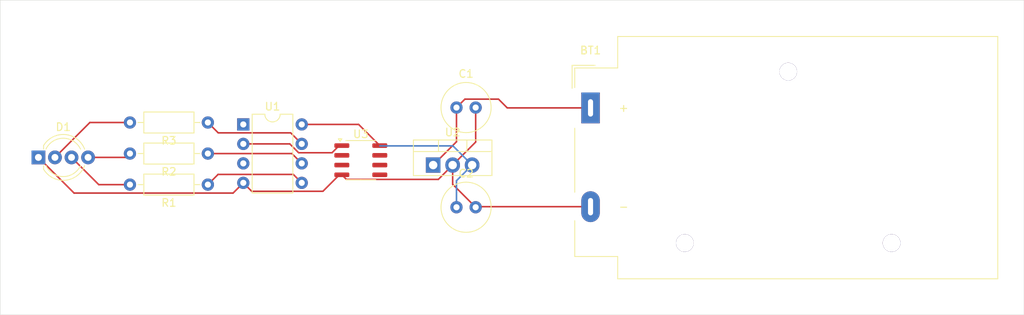
<source format=kicad_pcb>
(kicad_pcb (version 20240108) (generator "pcbnew") (generator_version "8.0")
  (layers (0 "F.Cu" signal) (31 "B.Cu" signal) (34 "B.Paste" user) (35 "F.Paste" user) (36 "B.SilkS" user "B.Silkscreen") (37 "F.SilkS" user "F.Silkscreen") (38 "B.Mask" user) (39 "F.Mask" user) (44 "Edge.Cuts" user))
  (net 0 "")
  (net 1 "Net-(BT1-+)")
  (net 2 "GND")
  (net 3 "VCC")
  (net 4 "Net-(D1-BA)")
  (net 5 "Net-(U1-PB1)")
  (net 6 "Net-(U1-PB2)")
  (net 7 "Net-(D1-RA)")
  (net 8 "/TEMP SENSOR")
  (net 12 "Net-(D1-GA)")
  (net 13 "Net-(U1-AREF{slash}PB0)")
  (footprint "Resistor_THT:R_Axial_DIN0207_L6.3mm_D2.5mm_P10.16mm_Horizontal" (layer "F.Cu") (at 117.34 88.835 180)
    (property "Reference" "R2" (at 5.08 -2.37 360) (layer "F.SilkS"))
    (property "Value" "220")
    (fp_line (start 9.12 0) (end 8.35 0) (stroke (width 0.12)) (layer "F.SilkS"))
    (fp_line (start 8.35 1.37) (end 8.35 -1.37) (stroke (width 0.12)) (layer "F.SilkS"))
    (fp_line (start 8.35 -1.37) (end 1.81 -1.37) (stroke (width 0.12)) (layer "F.SilkS"))
    (fp_line (start 1.81 1.37) (end 8.35 1.37) (stroke (width 0.12)) (layer "F.SilkS"))
    (fp_line (start 1.81 -1.37) (end 1.81 1.37) (stroke (width 0.12)) (layer "F.SilkS"))
    (fp_line (start 1.04 0) (end 1.81 0) (stroke (width 0.12)) (layer "F.SilkS"))
    (pad "1" thru_hole circle (at 0 0 180) (size 1.6 1.6) (drill 0.8) (layers "*.Cu" "*.Mask") (net 5 "Net-(U1-PB1)"))
    (pad "2" thru_hole oval (at 10.16 0 180) (size 1.6 1.6) (drill 0.8) (layers "*.Cu" "*.Mask") (net 4 "Net-(D1-BA)"))
  )
  (footprint "Package_TO_SOT_THT:TO-220-3_Vertical" (layer "F.Cu") (at 146.72 90.335)
    (property "Reference" "U2" (at 2.54 -4.27 0) (layer "F.SilkS"))
    (property "Value" "LM7805_TO220")
    (fp_line (start -2.58 -3.27) (end -2.58 1.371) (stroke (width 0.12)) (layer "F.SilkS"))
    (fp_line (start -2.58 -3.27) (end 7.66 -3.27) (stroke (width 0.12)) (layer "F.SilkS"))
    (fp_line (start -2.58 -1.76) (end 7.66 -1.76) (stroke (width 0.12)) (layer "F.SilkS"))
    (fp_line (start -2.58 1.371) (end 7.66 1.371) (stroke (width 0.12)) (layer "F.SilkS"))
    (fp_line (start 0.69 -3.27) (end 0.69 -1.76) (stroke (width 0.12)) (layer "F.SilkS"))
    (fp_line (start 4.391 -3.27) (end 4.391 -1.76) (stroke (width 0.12)) (layer "F.SilkS"))
    (fp_line (start 7.66 -3.27) (end 7.66 1.371) (stroke (width 0.12)) (layer "F.SilkS"))
    (pad "1" thru_hole rect (at 0 0) (size 1.905 2) (drill 1.1) (layers "*.Cu" "*.Mask") (net 1 "Net-(BT1-+)"))
    (pad "2" thru_hole oval (at 2.54 0) (size 1.905 2) (drill 1.1) (layers "*.Cu" "*.Mask") (net 2 "GND"))
    (pad "3" thru_hole oval (at 5.08 0) (size 1.905 2) (drill 1.1) (layers "*.Cu" "*.Mask") (net 3 "VCC"))
  )
  (footprint "Battery:BatteryHolder_MPD_BA9VPC_1xPP3" (layer "F.Cu") (at 167.24 82.88)
    (property "Reference" "BT1" (at 0 -7.5 0) (layer "F.SilkS"))
    (property "Value" "9V")
    (fp_line (start -2.4 -5.55) (end -2.4 -2.55) (stroke (width 0.12)) (layer "F.SilkS"))
    (fp_line (start -2.4 -5.55) (end 0.6 -5.55) (stroke (width 0.12)) (layer "F.SilkS"))
    (fp_line (start -2.06 -5.21) (end -2.06 -2.65) (stroke (width 0.12)) (layer "F.SilkS"))
    (fp_line (start -2.06 2.65) (end -2.06 11) (stroke (width 0.12)) (layer "F.SilkS"))
    (fp_line (start -2.06 19.38) (end -2.06 14.7) (stroke (width 0.12)) (layer "F.SilkS"))
    (fp_line (start 3.54 -9.31) (end 3.54 -5.21) (stroke (width 0.12)) (layer "F.SilkS"))
    (fp_line (start 3.54 -5.21) (end -2.06 -5.21) (stroke (width 0.12)) (layer "F.SilkS"))
    (fp_line (start 3.54 19.38) (end -2.06 19.38) (stroke (width 0.12)) (layer "F.SilkS"))
    (fp_line (start 3.54 22.28) (end 3.54 19.38) (stroke (width 0.12)) (layer "F.SilkS"))
    (fp_line (start 53.1 -9.31) (end 3.54 -9.31) (stroke (width 0.12)) (layer "F.SilkS"))
    (fp_line (start 53.1 22.28) (end 3.54 22.28) (stroke (width 0.12)) (layer "F.SilkS"))
    (fp_line (start 53.1 22.28) (end 53.1 -9.31) (stroke (width 0.12)) (layer "F.SilkS"))
    (fp_text user "-" (at 3.6 12.88 0) (layer "F.SilkS") (effects (justify left)))
    (fp_text user "+" (at 3.6 0 0) (layer "F.SilkS") (effects (justify left)))
    (pad "" np_thru_hole circle (at 12.29 17.62) (size 2.3 2.3) (drill 2.29) (layers "*.Cu" "*.Mask"))
    (pad "" np_thru_hole circle (at 25.78 -4.73) (size 2.3 2.3) (drill 2.29) (layers "*.Cu" "*.Mask"))
    (pad "" np_thru_hole circle (at 39.26 17.62) (size 2.3 2.3) (drill 2.29) (layers "*.Cu" "*.Mask"))
    (pad "1" thru_hole rect (at 0 0) (size 2.41 4.02) (drill oval 0.66 2.27) (layers "*.Cu" "*.Mask") (net 1 "Net-(BT1-+)"))
    (pad "2" thru_hole oval (at 0 12.88) (size 2.41 4.02) (drill oval 0.66 2.27) (layers "*.Cu" "*.Mask") (net 2 "GND"))
  )
  (footprint "Package_DIP:DIP-8_W7.62mm" (layer "F.Cu") (at 121.96 85.035)
    (property "Reference" "U1" (at 3.81 -2.33 0) (layer "F.SilkS"))
    (property "Value" "ATtiny25-20P")
    (fp_line (start 1.16 -1.33) (end 1.16 8.95) (stroke (width 0.12)) (layer "F.SilkS"))
    (fp_line (start 1.16 8.95) (end 6.46 8.95) (stroke (width 0.12)) (layer "F.SilkS"))
    (fp_line (start 2.81 -1.33) (end 1.16 -1.33) (stroke (width 0.12)) (layer "F.SilkS"))
    (fp_line (start 6.46 -1.33) (end 4.81 -1.33) (stroke (width 0.12)) (layer "F.SilkS"))
    (fp_line (start 6.46 8.95) (end 6.46 -1.33) (stroke (width 0.12)) (layer "F.SilkS"))
    (fp_arc (start 4.81 -1.33) (mid 3.81 -0.33) (end 2.81 -1.33) (stroke (width 0.12)) (layer "F.SilkS"))
    (pad "1" thru_hole rect (at 0 0) (size 1.6 1.6) (drill 0.8) (layers "*.Cu" "*.Mask"))
    (pad "2" thru_hole oval (at 0 2.54) (size 1.6 1.6) (drill 0.8) (layers "*.Cu" "*.Mask") (net 8 "/TEMP SENSOR"))
    (pad "3" thru_hole oval (at 0 5.08) (size 1.6 1.6) (drill 0.8) (layers "*.Cu" "*.Mask"))
    (pad "4" thru_hole oval (at 0 7.62) (size 1.6 1.6) (drill 0.8) (layers "*.Cu" "*.Mask") (net 2 "GND"))
    (pad "5" thru_hole oval (at 7.62 7.62) (size 1.6 1.6) (drill 0.8) (layers "*.Cu" "*.Mask") (net 13 "Net-(U1-AREF{slash}PB0)"))
    (pad "6" thru_hole oval (at 7.62 5.08) (size 1.6 1.6) (drill 0.8) (layers "*.Cu" "*.Mask") (net 5 "Net-(U1-PB1)"))
    (pad "7" thru_hole oval (at 7.62 2.54) (size 1.6 1.6) (drill 0.8) (layers "*.Cu" "*.Mask") (net 6 "Net-(U1-PB2)"))
    (pad "8" thru_hole oval (at 7.62 0) (size 1.6 1.6) (drill 0.8) (layers "*.Cu" "*.Mask") (net 3 "VCC"))
  )
  (footprint "LED_THT:LED_D5.0mm-4_RGB_Wide_Pins" (layer "F.Cu") (at 95.242 89.335)
    (property "Reference" "D1" (at 3.2385 -3.96 0) (layer "F.SilkS"))
    (property "Value" "LED_RGB")
    (fp_line (start 0.6785 -1.545) (end 0.6785 -1.08) (stroke (width 0.12)) (layer "F.SilkS"))
    (fp_line (start 0.6785 1.08) (end 0.6785 1.545) (stroke (width 0.12)) (layer "F.SilkS"))
    (fp_arc (start 0.6785 -1.54483) (mid 3.496956 -2.978809) (end 6.026315 -1.080827) (stroke (width 0.12)) (layer "F.SilkS"))
    (fp_arc (start 0.983816 -1.08) (mid 3.238262 -2.5) (end 5.492979 -1.080429) (stroke (width 0.12)) (layer "F.SilkS"))
    (fp_arc (start 5.492979 1.080429) (mid 3.238262 2.5) (end 0.983816 1.08) (stroke (width 0.12)) (layer "F.SilkS"))
    (fp_arc (start 6.026315 1.080827) (mid 3.496956 2.978808) (end 0.6785 1.54483) (stroke (width 0.12)) (layer "F.SilkS"))
    (pad "1" thru_hole rect (at 0 0) (size 1.8 1.8) (drill 0.9) (layers "*.Cu" "*.Mask") (net 2 "GND"))
    (pad "4" thru_hole circle (at 6.477 0) (size 1.8 1.8) (drill 0.9) (layers "*.Cu" "*.Mask") (net 4 "Net-(D1-BA)"))
    (pad "5" thru_hole circle (at 4.318 0) (size 1.8 1.8) (drill 0.9) (layers "*.Cu" "*.Mask") (net 12 "Net-(D1-GA)"))
    (pad "6" thru_hole circle (at 2.159 0) (size 1.8 1.8) (drill 0.9) (layers "*.Cu" "*.Mask") (net 7 "Net-(D1-RA)"))
  )
  (footprint "Capacitor_THT:C_Radial_D6.3mm_H5.0mm_P2.50mm" (layer "F.Cu") (at 149.76 82.835)
    (property "Reference" "C1" (at 1.25 -4.4 0) (layer "F.SilkS"))
    (property "Value" "22u")
    (fp_circle (center 1.25 0) (end 4.52 0) (stroke (width 0.12)) (fill none) (layer "F.SilkS"))
    (pad "1" thru_hole circle (at 0 0) (size 1.6 1.6) (drill 0.8) (layers "*.Cu" "*.Mask") (net 1 "Net-(BT1-+)"))
    (pad "2" thru_hole circle (at 2.5 0) (size 1.6 1.6) (drill 0.8) (layers "*.Cu" "*.Mask") (net 2 "GND"))
  )
  (footprint "Package_SO:SOIC-8_3.9x4.9mm_P1.27mm" (layer "F.Cu") (at 137.285 89.7)
    (property "Reference" "U3" (at 0 -3.4 0) (layer "F.SilkS"))
    (property "Value" "TMP36xS")
    (fp_line (start 0 -2.56) (end -1.95 -2.56) (stroke (width 0.12)) (layer "F.SilkS"))
    (fp_line (start 0 -2.56) (end 1.95 -2.56) (stroke (width 0.12)) (layer "F.SilkS"))
    (fp_line (start 0 2.56) (end -1.95 2.56) (stroke (width 0.12)) (layer "F.SilkS"))
    (fp_line (start 0 2.56) (end 1.95 2.56) (stroke (width 0.12)) (layer "F.SilkS"))
    (fp_poly (pts (xy -2.7 -2.465) (xy -2.94 -2.795) (xy -2.46 -2.795) (xy -2.7 -2.465)) (stroke (width 0.12)) (fill solid) (layer "F.SilkS"))
    (pad "1" smd roundrect (at -2.475 -1.905) (size 1.95 0.6) (layers "F.Cu" "F.Paste" "F.Mask") (net 8 "/TEMP SENSOR"))
    (pad "2" smd roundrect (at -2.475 -0.635) (size 1.95 0.6) (layers "F.Cu" "F.Paste" "F.Mask"))
    (pad "3" smd roundrect (at -2.475 0.635) (size 1.95 0.6) (layers "F.Cu" "F.Paste" "F.Mask"))
    (pad "4" smd roundrect (at -2.475 1.905) (size 1.95 0.6) (layers "F.Cu" "F.Paste" "F.Mask") (net 2 "GND"))
    (pad "5" smd roundrect (at 2.475 1.905) (size 1.95 0.6) (layers "F.Cu" "F.Paste" "F.Mask"))
    (pad "6" smd roundrect (at 2.475 0.635) (size 1.95 0.6) (layers "F.Cu" "F.Paste" "F.Mask"))
    (pad "7" smd roundrect (at 2.475 -0.635) (size 1.95 0.6) (layers "F.Cu" "F.Paste" "F.Mask"))
    (pad "8" smd roundrect (at 2.475 -1.905) (size 1.95 0.6) (layers "F.Cu" "F.Paste" "F.Mask") (net 3 "VCC"))
  )
  (footprint "Capacitor_THT:C_Radial_D6.3mm_H5.0mm_P2.50mm" (layer "F.Cu") (at 149.76 95.835)
    (property "Reference" "C2" (at 1.25 -4.4 0) (layer "F.SilkS"))
    (property "Value" "22u")
    (fp_circle (center 1.25 0) (end 4.52 0) (stroke (width 0.12)) (fill none) (layer "F.SilkS"))
    (pad "1" thru_hole circle (at 0 0) (size 1.6 1.6) (drill 0.8) (layers "*.Cu" "*.Mask") (net 3 "VCC"))
    (pad "2" thru_hole circle (at 2.5 0) (size 1.6 1.6) (drill 0.8) (layers "*.Cu" "*.Mask") (net 2 "GND"))
  )
  (footprint "Resistor_THT:R_Axial_DIN0207_L6.3mm_D2.5mm_P10.16mm_Horizontal" (layer "F.Cu") (at 117.34 92.885 180)
    (property "Reference" "R1" (at 5.08 -2.37 360) (layer "F.SilkS"))
    (property "Value" "220")
    (fp_line (start 9.12 0) (end 8.35 0) (stroke (width 0.12)) (layer "F.SilkS"))
    (fp_line (start 8.35 1.37) (end 8.35 -1.37) (stroke (width 0.12)) (layer "F.SilkS"))
    (fp_line (start 8.35 -1.37) (end 1.81 -1.37) (stroke (width 0.12)) (layer "F.SilkS"))
    (fp_line (start 1.81 1.37) (end 8.35 1.37) (stroke (width 0.12)) (layer "F.SilkS"))
    (fp_line (start 1.81 -1.37) (end 1.81 1.37) (stroke (width 0.12)) (layer "F.SilkS"))
    (fp_line (start 1.04 0) (end 1.81 0) (stroke (width 0.12)) (layer "F.SilkS"))
    (pad "1" thru_hole circle (at 0 0 180) (size 1.6 1.6) (drill 0.8) (layers "*.Cu" "*.Mask") (net 13 "Net-(U1-AREF{slash}PB0)"))
    (pad "2" thru_hole oval (at 10.16 0 180) (size 1.6 1.6) (drill 0.8) (layers "*.Cu" "*.Mask") (net 12 "Net-(D1-GA)"))
  )
  (footprint "Resistor_THT:R_Axial_DIN0207_L6.3mm_D2.5mm_P10.16mm_Horizontal" (layer "F.Cu") (at 117.34 84.785 180)
    (property "Reference" "R3" (at 5.08 -2.37 360) (layer "F.SilkS"))
    (property "Value" "220")
    (fp_line (start 9.12 0) (end 8.35 0) (stroke (width 0.12)) (layer "F.SilkS"))
    (fp_line (start 8.35 1.37) (end 8.35 -1.37) (stroke (width 0.12)) (layer "F.SilkS"))
    (fp_line (start 8.35 -1.37) (end 1.81 -1.37) (stroke (width 0.12)) (layer "F.SilkS"))
    (fp_line (start 1.81 1.37) (end 8.35 1.37) (stroke (width 0.12)) (layer "F.SilkS"))
    (fp_line (start 1.81 -1.37) (end 1.81 1.37) (stroke (width 0.12)) (layer "F.SilkS"))
    (fp_line (start 1.04 0) (end 1.81 0) (stroke (width 0.12)) (layer "F.SilkS"))
    (pad "1" thru_hole circle (at 0 0 180) (size 1.6 1.6) (drill 0.8) (layers "*.Cu" "*.Mask") (net 6 "Net-(U1-PB2)"))
    (pad "2" thru_hole oval (at 10.16 0 180) (size 1.6 1.6) (drill 0.8) (layers "*.Cu" "*.Mask") (net 7 "Net-(D1-RA)"))
  )
  (gr_rect (start 90.26 68.835) (end 223.76 109.835) (stroke (width 0.05)) (fill none) (layer "Edge.Cuts"))
  (segment (start 149.76 87.295) (end 146.72 90.335) (width 0.2) (layer "F.Cu") (net 1))
  (segment (start 155.235 81.735) (end 150.86 81.735) (width 0.2) (layer "F.Cu") (net 1))
  (segment (start 156.38 82.88) (end 155.235 81.735) (width 0.2) (layer "F.Cu") (net 1))
  (segment (start 167.24 82.88) (end 156.38 82.88) (width 0.2) (layer "F.Cu") (net 1))
  (segment (start 150.86 81.735) (end 149.76 82.835) (width 0.2) (layer "F.Cu") (net 1))
  (segment (start 149.76 82.835) (end 149.76 87.295) (width 0.2) (layer "F.Cu") (net 1))
  (segment (start 149.26 90.335) (end 147.39 92.205) (width 0.2) (layer "F.Cu") (net 2))
  (segment (start 132.34 93.755) (end 123.06 93.755) (width 0.2) (layer "F.Cu") (net 2))
  (segment (start 152.26 82.835) (end 152.26 87.335) (width 0.2) (layer "F.Cu") (net 2))
  (segment (start 121.96 92.655) (end 120.63 93.985) (width 0.2) (layer "F.Cu") (net 2))
  (segment (start 149.26 92.835) (end 149.26 90.335) (width 0.2) (layer "F.Cu") (net 2))
  (segment (start 135.41 92.205) (end 134.81 91.605) (width 0.2) (layer "F.Cu") (net 2))
  (segment (start 147.39 92.205) (end 135.41 92.205) (width 0.2) (layer "F.Cu") (net 2))
  (segment (start 152.335 95.76) (end 152.26 95.835) (width 0.2) (layer "F.Cu") (net 2))
  (segment (start 152.26 87.335) (end 149.26 90.335) (width 0.2) (layer "F.Cu") (net 2))
  (segment (start 134.49 91.605) (end 132.34 93.755) (width 0.2) (layer "F.Cu") (net 2))
  (segment (start 120.63 93.985) (end 99.892 93.985) (width 0.2) (layer "F.Cu") (net 2))
  (segment (start 167.24 95.76) (end 152.335 95.76) (width 0.2) (layer "F.Cu") (net 2))
  (segment (start 123.06 93.755) (end 121.96 92.655) (width 0.2) (layer "F.Cu") (net 2))
  (segment (start 99.892 93.985) (end 95.242 89.335) (width 0.2) (layer "F.Cu") (net 2))
  (segment (start 134.81 91.605) (end 134.49 91.605) (width 0.2) (layer "F.Cu") (net 2))
  (segment (start 152.26 95.835) (end 149.26 92.835) (width 0.2) (layer "F.Cu") (net 2))
  (segment (start 137 85.035) (end 129.58 85.035) (width 0.2) (layer "F.Cu") (net 3))
  (segment (start 139.76 87.795) (end 137 85.035) (width 0.2) (layer "F.Cu") (net 3))
  (segment (start 149.76 95.835) (end 149.76 92.375) (width 0.2) (layer "B.Cu") (net 3))
  (segment (start 149.3 87.835) (end 139.76 87.835) (width 0.2) (layer "B.Cu") (net 3))
  (segment (start 151.8 90.335) (end 149.3 87.835) (width 0.2) (layer "B.Cu") (net 3))
  (segment (start 149.76 92.375) (end 151.8 90.335) (width 0.2) (layer "B.Cu") (net 3))
  (segment (start 106.68 89.335) (end 107.18 88.835) (width 0.2) (layer "F.Cu") (net 4))
  (segment (start 101.719 89.335) (end 106.68 89.335) (width 0.2) (layer "F.Cu") (net 4))
  (segment (start 128.3 88.835) (end 117.34 88.835) (width 0.2) (layer "F.Cu") (net 5))
  (segment (start 129.58 90.115) (end 128.3 88.835) (width 0.2) (layer "F.Cu") (net 5))
  (segment (start 118.69 86.135) (end 117.34 84.785) (width 0.2) (layer "F.Cu") (net 6))
  (segment (start 129.58 87.575) (end 128.14 86.135) (width 0.2) (layer "F.Cu") (net 6))
  (segment (start 128.14 86.135) (end 118.69 86.135) (width 0.2) (layer "F.Cu") (net 6))
  (segment (start 101.951 84.785) (end 97.401 89.335) (width 0.2) (layer "F.Cu") (net 7))
  (segment (start 107.18 84.785) (end 101.951 84.785) (width 0.2) (layer "F.Cu") (net 7))
  (segment (start 128.024365 87.575) (end 129.173813 88.724448) (width 0.2) (layer "F.Cu") (net 8))
  (segment (start 133.535 88.724448) (end 134.464448 87.795) (width 0.2) (layer "F.Cu") (net 8))
  (segment (start 134.464448 87.795) (end 134.81 87.795) (width 0.2) (layer "F.Cu") (net 8))
  (segment (start 129.173813 88.724448) (end 133.535 88.724448) (width 0.2) (layer "F.Cu") (net 8))
  (segment (start 121.96 87.575) (end 128.024365 87.575) (width 0.2) (layer "F.Cu") (net 8))
  (segment (start 103.11 92.885) (end 99.56 89.335) (width 0.2) (layer "F.Cu") (net 12))
  (segment (start 107.18 92.885) (end 103.11 92.885) (width 0.2) (layer "F.Cu") (net 12))
  (segment (start 118.67 91.555) (end 117.34 92.885) (width 0.2) (layer "F.Cu") (net 13))
  (segment (start 128.48 91.555) (end 118.67 91.555) (width 0.2) (layer "F.Cu") (net 13))
  (segment (start 129.58 92.655) (end 128.48 91.555) (width 0.2) (layer "F.Cu") (net 13))
)
</source>
